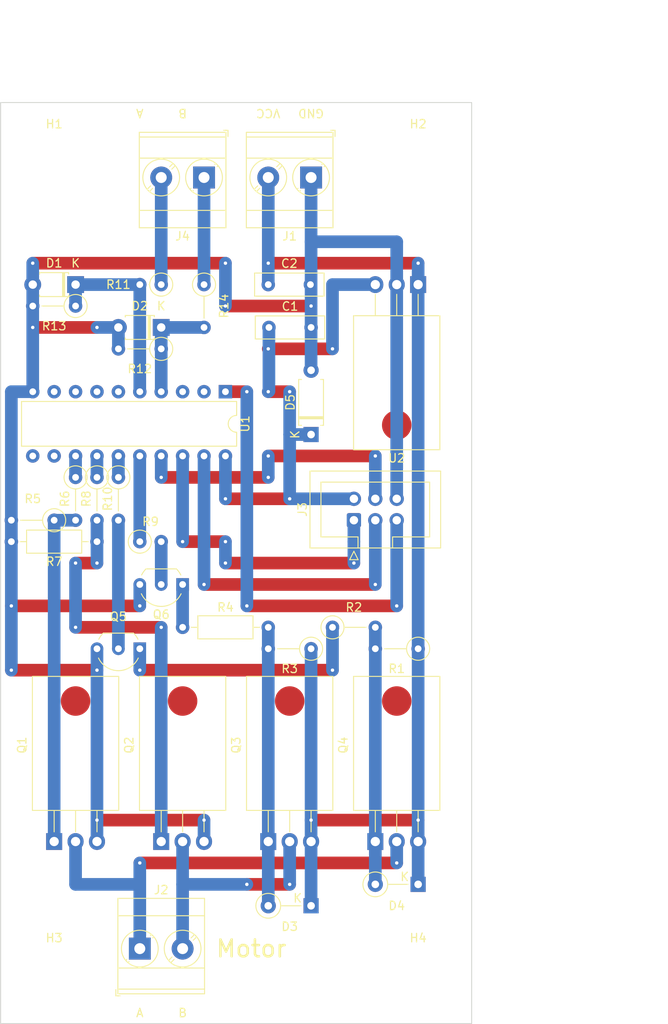
<source format=kicad_pcb>
(kicad_pcb (version 20221018) (generator pcbnew)
  (layers (0 "F.Cu" signal) (31 "B.Cu" signal) (34 "B.Paste" user) (35 "F.Paste" user) (36 "B.SilkS" user "B.Silkscreen") (37 "F.SilkS" user "F.Silkscreen") (38 "B.Mask" user) (39 "F.Mask" user) (44 "Edge.Cuts" user))
  (net 0 "")
  (net 1 "+5V")
  (net 2 "GND")
  (net 3 "VCC")
  (net 4 "/cDown")
  (net 5 "/A")
  (net 6 "/B")
  (net 7 "/AL")
  (net 8 "/BL")
  (net 9 "/BH")
  (net 10 "/AH")
  (net 11 "Net-(Q5-C)")
  (net 12 "Net-(Q5-B)")
  (net 13 "Net-(Q6-C)")
  (net 14 "Net-(Q6-B)")
  (net 15 "/cAL")
  (net 16 "/cBL")
  (net 17 "/cBH")
  (net 18 "/cAH")
  (net 19 "/miso")
  (net 26 "/sck")
  (net 27 "/mosi")
  (net 28 "/rst")
  (net 29 "/a")
  (net 30 "/b")
  (net 31 "/motorA")
  (net 32 "/motorB")
  (footprint "Resistor_THT:R_Axial_DIN0207_L6.3mm_D2.5mm_P5.08mm_Vertical" (layer "F.Cu") (at 81.28 96.52 180)
    (fp_text reference "R5" (at 2.54 2.54) (layer "F.SilkS"))
    (fp_text value "10k")
    (fp_line (start 1.37 0) (end 3.98 0) (stroke (width 0.12)) (layer "F.SilkS"))
    (fp_circle (center 0 0) (end 1.37 0) (stroke (width 0.12)) (fill none) (layer "F.SilkS"))
    (pad "1" thru_hole circle (at 0 0 180) (size 1.6 1.6) (drill 0.8) (layers "*.Cu" "*.Mask") (net 7 "/AL"))
    (pad "2" thru_hole oval (at 5.08 0 180) (size 1.6 1.6) (drill 0.8) (layers "*.Cu" "*.Mask") (net 2 "GND"))
  )
  (footprint "Resistor_THT:R_Axial_DIN0207_L6.3mm_D2.5mm_P5.08mm_Vertical" (layer "F.Cu") (at 111.76 111.76 180)
    (fp_text reference "R3" (at 2.54 -2.37) (layer "F.SilkS"))
    (fp_text value "10k")
    (fp_line (start 1.37 0) (end 3.98 0) (stroke (width 0.12)) (layer "F.SilkS"))
    (fp_circle (center 0 0) (end 1.37 0) (stroke (width 0.12)) (fill none) (layer "F.SilkS"))
    (pad "1" thru_hole circle (at 0 0 180) (size 1.6 1.6) (drill 0.8) (layers "*.Cu" "*.Mask") (net 3 "VCC"))
    (pad "2" thru_hole oval (at 5.08 0 180) (size 1.6 1.6) (drill 0.8) (layers "*.Cu" "*.Mask") (net 9 "/BH"))
  )
  (footprint "Resistor_THT:R_Axial_DIN0207_L6.3mm_D2.5mm_P10.16mm_Horizontal" (layer "F.Cu") (at 86.36 99.06 180)
    (fp_text reference "R7" (at 5.08 -2.37 180) (layer "F.SilkS"))
    (fp_text value "10k")
    (fp_line (start 1.04 0) (end 1.81 0) (stroke (width 0.12)) (layer "F.SilkS"))
    (fp_line (start 1.81 -1.37) (end 1.81 1.37) (stroke (width 0.12)) (layer "F.SilkS"))
    (fp_line (start 1.81 1.37) (end 8.35 1.37) (stroke (width 0.12)) (layer "F.SilkS"))
    (fp_line (start 8.35 -1.37) (end 1.81 -1.37) (stroke (width 0.12)) (layer "F.SilkS"))
    (fp_line (start 8.35 1.37) (end 8.35 -1.37) (stroke (width 0.12)) (layer "F.SilkS"))
    (fp_line (start 9.12 0) (end 8.35 0) (stroke (width 0.12)) (layer "F.SilkS"))
    (pad "1" thru_hole circle (at 0 0 180) (size 1.6 1.6) (drill 0.8) (layers "*.Cu" "*.Mask") (net 8 "/BL"))
    (pad "2" thru_hole oval (at 10.16 0 180) (size 1.6 1.6) (drill 0.8) (layers "*.Cu" "*.Mask") (net 2 "GND"))
  )
  (footprint "Resistor_THT:R_Axial_DIN0207_L6.3mm_D2.5mm_P5.08mm_Vertical" (layer "F.Cu") (at 124.46 111.76 180)
    (fp_text reference "R1" (at 2.54 -2.37 180) (layer "F.SilkS"))
    (fp_text value "10k")
    (fp_line (start 1.37 0) (end 3.98 0) (stroke (width 0.12)) (layer "F.SilkS"))
    (fp_circle (center 0 0) (end 1.37 0) (stroke (width 0.12)) (fill none) (layer "F.SilkS"))
    (pad "1" thru_hole circle (at 0 0 180) (size 1.6 1.6) (drill 0.8) (layers "*.Cu" "*.Mask") (net 3 "VCC"))
    (pad "2" thru_hole oval (at 5.08 0 180) (size 1.6 1.6) (drill 0.8) (layers "*.Cu" "*.Mask") (net 10 "/AH"))
  )
  (footprint "Connector_IDC:IDC-Header_2x03_P2.54mm_Vertical" (layer "F.Cu") (at 116.84 96.52 90)
    (fp_text reference "J3" (at 1.27 -6.1 90) (layer "F.SilkS"))
    (fp_text value "AVR-ISP-6")
    (fp_line (start -4.68 -0.5) (end -4.68 0.5) (stroke (width 0.12)) (layer "F.SilkS"))
    (fp_line (start -4.68 0.5) (end -3.68 0) (stroke (width 0.12)) (layer "F.SilkS"))
    (fp_line (start -3.68 0) (end -4.68 -0.5) (stroke (width 0.12)) (layer "F.SilkS"))
    (fp_line (start -3.29 -5.21) (end 5.83 -5.21) (stroke (width 0.12)) (layer "F.SilkS"))
    (fp_line (start -3.29 0.49) (end -1.98 0.49) (stroke (width 0.12)) (layer "F.SilkS"))
    (fp_line (start -3.29 10.29) (end -3.29 -5.21) (stroke (width 0.12)) (layer "F.SilkS"))
    (fp_line (start -1.98 -3.91) (end 4.52 -3.91) (stroke (width 0.12)) (layer "F.SilkS"))
    (fp_line (start -1.98 0.49) (end -1.98 -3.91) (stroke (width 0.12)) (layer "F.SilkS"))
    (fp_line (start -1.98 4.59) (end -3.29 4.59) (stroke (width 0.12)) (layer "F.SilkS"))
    (fp_line (start -1.98 4.59) (end -1.98 4.59) (stroke (width 0.12)) (layer "F.SilkS"))
    (fp_line (start -1.98 8.99) (end -1.98 4.59) (stroke (width 0.12)) (layer "F.SilkS"))
    (fp_line (start 4.52 -3.91) (end 4.52 8.99) (stroke (width 0.12)) (layer "F.SilkS"))
    (fp_line (start 4.52 8.99) (end -1.98 8.99) (stroke (width 0.12)) (layer "F.SilkS"))
    (fp_line (start 5.83 -5.21) (end 5.83 10.29) (stroke (width 0.12)) (layer "F.SilkS"))
    (fp_line (start 5.83 10.29) (end -3.29 10.29) (stroke (width 0.12)) (layer "F.SilkS"))
    (pad "1" thru_hole roundrect (at 0 0 90) (size 1.7 1.7) (drill 1) (layers "*.Cu" "*.Mask") (roundrect_rratio 0.147059) (net 19 "/miso"))
    (pad "2" thru_hole circle (at 2.54 0 90) (size 1.7 1.7) (drill 1) (layers "*.Cu" "*.Mask") (net 1 "+5V"))
    (pad "3" thru_hole circle (at 0 2.54 90) (size 1.7 1.7) (drill 1) (layers "*.Cu" "*.Mask") (net 26 "/sck"))
    (pad "4" thru_hole circle (at 2.54 2.54 90) (size 1.7 1.7) (drill 1) (layers "*.Cu" "*.Mask") (net 27 "/mosi"))
    (pad "5" thru_hole circle (at 0 5.08 90) (size 1.7 1.7) (drill 1) (layers "*.Cu" "*.Mask") (net 28 "/rst"))
    (pad "6" thru_hole circle (at 2.54 5.08 90) (size 1.7 1.7) (drill 1) (layers "*.Cu" "*.Mask") (net 2 "GND"))
  )
  (footprint "MountingHole:MountingHole_3.2mm_M3_DIN965" (layer "F.Cu") (at 124.46 53.34)
    (fp_text reference "H2" (at 0 -3.8) (layer "F.SilkS"))
    (fp_text value "MountingHole")
    (pad "" np_thru_hole circle (at 0 0) (size 3.2 3.2) (drill 3.2) (layers "*.Cu" "*.Mask"))
  )
  (footprint "Package_TO_SOT_THT:TO-220-3_Horizontal_TabDown" (layer "F.Cu") (at 119.38 134.62)
    (fp_text reference "Q4" (at -3.81 -11.43 90) (layer "F.SilkS"))
    (fp_text value "IRF9540N")
    (fp_line (start -2.58 -19.58) (end -2.58 -3.69) (stroke (width 0.12)) (layer "F.SilkS"))
    (fp_line (start -2.58 -19.58) (end 7.66 -19.58) (stroke (width 0.12)) (layer "F.SilkS"))
    (fp_line (start -2.58 -3.69) (end 7.66 -3.69) (stroke (width 0.12)) (layer "F.SilkS"))
    (fp_line (start 0 -3.69) (end 0 -1.15) (stroke (width 0.12)) (layer "F.SilkS"))
    (fp_line (start 2.54 -3.69) (end 2.54 -1.15) (stroke (width 0.12)) (layer "F.SilkS"))
    (fp_line (start 5.08 -3.69) (end 5.08 -1.15) (stroke (width 0.12)) (layer "F.SilkS"))
    (fp_line (start 7.66 -19.58) (end 7.66 -3.69) (stroke (width 0.12)) (layer "F.SilkS"))
    (pad "" smd oval (at 2.54 -16.66) (size 3.5 3.5) (layers "F.Cu" "F.Paste" "F.Mask"))
    (pad "1" thru_hole rect (at 0 0) (size 1.905 2) (drill 1.1) (layers "*.Cu" "*.Mask") (net 10 "/AH"))
    (pad "2" thru_hole oval (at 2.54 0) (size 1.905 2) (drill 1.1) (layers "*.Cu" "*.Mask") (net 31 "/motorA"))
    (pad "3" thru_hole oval (at 5.08 0) (size 1.905 2) (drill 1.1) (layers "*.Cu" "*.Mask") (net 3 "VCC"))
  )
  (footprint "Package_TO_SOT_THT:TO-92_Inline_Wide" (layer "F.Cu") (at 91.44 111.76 180)
    (fp_text reference "Q5" (at 2.54 3.81) (layer "F.SilkS"))
    (fp_text value "BC547")
    (fp_line (start 0.74 1.85) (end 4.34 1.85) (stroke (width 0.12)) (layer "F.SilkS"))
    (fp_arc (start 0.1836 -1.098807) (mid 1.143021 -2.192817) (end 2.54 -2.6) (stroke (width 0.12)) (layer "F.SilkS"))
    (fp_arc (start 0.74 1.85) (mid 0.446097 1.509328) (end 0.215816 1.122795) (stroke (width 0.12)) (layer "F.SilkS"))
    (fp_arc (start 2.54 -2.6) (mid 3.936979 -2.192818) (end 4.8964 -1.098807) (stroke (width 0.12)) (layer "F.SilkS"))
    (fp_arc (start 4.864184 1.122795) (mid 4.633903 1.509328) (end 4.34 1.85) (stroke (width 0.12)) (layer "F.SilkS"))
    (pad "1" thru_hole rect (at 0 0 180) (size 1.5 1.5) (drill 0.8) (layers "*.Cu" "*.Mask") (net 11 "Net-(Q5-C)"))
    (pad "2" thru_hole circle (at 2.54 0 180) (size 1.5 1.5) (drill 0.8) (layers "*.Cu" "*.Mask") (net 12 "Net-(Q5-B)"))
    (pad "3" thru_hole circle (at 5.08 0 180) (size 1.5 1.5) (drill 0.8) (layers "*.Cu" "*.Mask") (net 2 "GND"))
  )
  (footprint "Package_TO_SOT_THT:TO-220-3_Horizontal_TabDown" (layer "F.Cu") (at 93.98 134.62)
    (fp_text reference "Q2" (at -3.81 -11.43 90) (layer "F.SilkS"))
    (fp_text value "IRF540N")
    (fp_line (start -2.58 -19.58) (end -2.58 -3.69) (stroke (width 0.12)) (layer "F.SilkS"))
    (fp_line (start -2.58 -19.58) (end 7.66 -19.58) (stroke (width 0.12)) (layer "F.SilkS"))
    (fp_line (start -2.58 -3.69) (end 7.66 -3.69) (stroke (width 0.12)) (layer "F.SilkS"))
    (fp_line (start 0 -3.69) (end 0 -1.15) (stroke (width 0.12)) (layer "F.SilkS"))
    (fp_line (start 2.54 -3.69) (end 2.54 -1.15) (stroke (width 0.12)) (layer "F.SilkS"))
    (fp_line (start 5.08 -3.69) (end 5.08 -1.15) (stroke (width 0.12)) (layer "F.SilkS"))
    (fp_line (start 7.66 -19.58) (end 7.66 -3.69) (stroke (width 0.12)) (layer "F.SilkS"))
    (pad "" smd oval (at 2.54 -16.66) (size 3.5 3.5) (layers "F.Cu" "F.Paste" "F.Mask"))
    (pad "1" thru_hole rect (at 0 0) (size 1.905 2) (drill 1.1) (layers "*.Cu" "*.Mask") (net 8 "/BL"))
    (pad "2" thru_hole oval (at 2.54 0) (size 1.905 2) (drill 1.1) (layers "*.Cu" "*.Mask") (net 32 "/motorB"))
    (pad "3" thru_hole oval (at 5.08 0) (size 1.905 2) (drill 1.1) (layers "*.Cu" "*.Mask") (net 2 "GND"))
  )
  (footprint "Resistor_THT:R_Axial_DIN0207_L6.3mm_D2.5mm_P2.54mm_Vertical" (layer "F.Cu") (at 91.44 99.06)
    (fp_text reference "R9" (at 1.27 -2.37) (layer "F.SilkS"))
    (fp_text value "1k")
    (fp_line (start 1.37 0) (end 1.44 0) (stroke (width 0.12)) (layer "F.SilkS"))
    (fp_circle (center 0 0) (end 1.37 0) (stroke (width 0.12)) (fill none) (layer "F.SilkS"))
    (pad "1" thru_hole circle (at 0 0) (size 1.6 1.6) (drill 0.8) (layers "*.Cu" "*.Mask") (net 17 "/cBH"))
    (pad "2" thru_hole oval (at 2.54 0) (size 1.6 1.6) (drill 0.8) (layers "*.Cu" "*.Mask") (net 14 "Net-(Q6-B)"))
  )
  (footprint "Diode_THT:D_A-405_P5.08mm_Vertical_KathodeUp" (layer "F.Cu") (at 124.46 139.7 180)
    (fp_text reference "D4" (at 2.54 -2.54) (layer "F.SilkS"))
    (fp_text value "12V")
    (fp_text user "K" (at 1.6 0.9) (layer "F.SilkS"))
    (fp_line (start 3.61 0) (end 1.2 0) (stroke (width 0.12)) (layer "F.SilkS"))
    (fp_circle (center 5.08 0) (end 6.55 0) (stroke (width 0.12)) (fill none) (layer "F.SilkS"))
    (pad "1" thru_hole rect (at 0 0 180) (size 1.8 1.8) (drill 0.9) (layers "*.Cu" "*.Mask") (net 3 "VCC"))
    (pad "2" thru_hole oval (at 5.08 0 180) (size 1.8 1.8) (drill 0.9) (layers "*.Cu" "*.Mask") (net 10 "/AH"))
  )
  (footprint "Resistor_THT:R_Axial_DIN0207_L6.3mm_D2.5mm_P5.08mm_Vertical" (layer "F.Cu") (at 88.9 91.44 -90)
    (fp_text reference "R10" (at 2.54 1.27 -90) (layer "F.SilkS"))
    (fp_text value "1k")
    (fp_line (start 1.37 0) (end 3.98 0) (stroke (width 0.12)) (layer "F.SilkS"))
    (fp_circle (center 0 0) (end 1.37 0) (stroke (width 0.12)) (fill none) (layer "F.SilkS"))
    (pad "1" thru_hole circle (at 0 0 270) (size 1.6 1.6) (drill 0.8) (layers "*.Cu" "*.Mask") (net 18 "/cAH"))
    (pad "2" thru_hole oval (at 5.08 0 270) (size 1.6 1.6) (drill 0.8) (layers "*.Cu" "*.Mask") (net 12 "Net-(Q5-B)"))
  )
  (footprint "Resistor_THT:R_Axial_DIN0207_L6.3mm_D2.5mm_P5.08mm_Vertical" (layer "F.Cu") (at 83.82 91.44 -90)
    (fp_text reference "R6" (at 2.54 1.27 -90) (layer "F.SilkS"))
    (fp_text value "1k")
    (fp_line (start 1.37 0) (end 3.98 0) (stroke (width 0.12)) (layer "F.SilkS"))
    (fp_circle (center 0 0) (end 1.37 0) (stroke (width 0.12)) (fill none) (layer "F.SilkS"))
    (pad "1" thru_hole circle (at 0 0 270) (size 1.6 1.6) (drill 0.8) (layers "*.Cu" "*.Mask") (net 15 "/cAL"))
    (pad "2" thru_hole oval (at 5.08 0 270) (size 1.6 1.6) (drill 0.8) (layers "*.Cu" "*.Mask") (net 7 "/AL"))
  )
  (footprint "Diode_THT:D_T-1_P5.08mm_Horizontal" (layer "F.Cu") (at 93.98 73.66 180)
    (fp_text reference "D2" (at 2.54 2.54) (layer "F.SilkS"))
    (fp_text value "4.7V")
    (fp_text user "K" (at 0 2.54) (layer "F.SilkS"))
    (fp_line (start 0.82 -1.42) (end 4.26 -1.42) (stroke (width 0.12)) (layer "F.SilkS"))
    (fp_line (start 0.82 -1.24) (end 0.82 -1.42) (stroke (width 0.12)) (layer "F.SilkS"))
    (fp_line (start 0.82 1.24) (end 0.82 1.42) (stroke (width 0.12)) (layer "F.SilkS"))
    (fp_line (start 0.82 1.42) (end 4.26 1.42) (stroke (width 0.12)) (layer "F.SilkS"))
    (fp_line (start 1.3 -1.42) (end 1.3 1.42) (stroke (width 0.12)) (layer "F.SilkS"))
    (fp_line (start 1.42 -1.42) (end 1.42 1.42) (stroke (width 0.12)) (layer "F.SilkS"))
    (fp_line (start 1.54 -1.42) (end 1.54 1.42) (stroke (width 0.12)) (layer "F.SilkS"))
    (fp_line (start 4.26 -1.42) (end 4.26 -1.24) (stroke (width 0.12)) (layer "F.SilkS"))
    (fp_line (start 4.26 1.42) (end 4.26 1.24) (stroke (width 0.12)) (layer "F.SilkS"))
    (pad "1" thru_hole rect (at 0 0 180) (size 2 2) (drill 1) (layers "*.Cu" "*.Mask") (net 30 "/b"))
    (pad "2" thru_hole oval (at 5.08 0 180) (size 2 2) (drill 1) (layers "*.Cu" "*.Mask") (net 2 "GND"))
  )
  (footprint "TerminalBlock_Phoenix:TerminalBlock_Phoenix_MKDS-3-2-5.08_1x02_P5.08mm_Horizontal" (layer "F.Cu") (at 91.44 147.32)
    (fp_text reference "J2" (at 2.54 -6.96) (layer "F.SilkS"))
    (fp_text value "Screw_Terminal_01x02")
    (fp_line (start -2.84 4.86) (end -2.84 5.6) (stroke (width 0.12)) (layer "F.SilkS"))
    (fp_line (start -2.84 5.6) (end -2.34 5.6) (stroke (width 0.12)) (layer "F.SilkS"))
    (fp_line (start -2.6 -5.96) (end -2.6 5.36) (stroke (width 0.12)) (layer "F.SilkS"))
    (fp_line (start -2.6 -5.96) (end 7.68 -5.96) (stroke (width 0.12)) (layer "F.SilkS"))
    (fp_line (start -2.6 -3.9) (end 7.68 -3.9) (stroke (width 0.12)) (layer "F.SilkS"))
    (fp_line (start -2.6 2.3) (end 7.68 2.3) (stroke (width 0.12)) (layer "F.SilkS"))
    (fp_line (start -2.6 4.8) (end 7.68 4.8) (stroke (width 0.12)) (layer "F.SilkS"))
    (fp_line (start -2.6 5.36) (end 7.68 5.36) (stroke (width 0.12)) (layer "F.SilkS"))
    (fp_line (start -1.548 1.281) (end -1.654 1.388) (stroke (width 0.12)) (layer "F.SilkS"))
    (fp_line (start -1.282 1.547) (end -1.388 1.654) (stroke (width 0.12)) (layer "F.SilkS"))
    (fp_line (start 1.388 -1.654) (end 1.281 -1.547) (stroke (width 0.12)) (layer "F.SilkS"))
    (fp_line (start 1.654 -1.388) (end 1.547 -1.281) (stroke (width 0.12)) (layer "F.SilkS"))
    (fp_line (start 3.822 0.992) (end 3.427 1.388) (stroke (width 0.12)) (layer "F.SilkS"))
    (fp_line (start 4.073 1.274) (end 3.693 1.654) (stroke (width 0.12)) (layer "F.SilkS"))
    (fp_line (start 6.468 -1.654) (end 6.088 -1.274) (stroke (width 0.12)) (layer "F.SilkS"))
    (fp_line (start 6.734 -1.388) (end 6.339 -0.992) (stroke (width 0.12)) (layer "F.SilkS"))
    (fp_line (start 7.68 -5.96) (end 7.68 5.36) (stroke (width 0.12)) (layer "F.SilkS"))
    (fp_circle (center 0 0) (end 2.18 0) (stroke (width 0.12)) (fill none) (layer "F.SilkS"))
    (fp_circle (center 5.08 0) (end 7.26 0) (stroke (width 0.12)) (fill none) (layer "F.SilkS"))
    (pad "1" thru_hole rect (at 0 0) (size 2.6 2.6) (drill 1.3) (layers "*.Cu" "*.Mask") (net 31 "/motorA"))
    (pad "2" thru_hole circle (at 5.08 0) (size 2.6 2.6) (drill 1.3) (layers "*.Cu" "*.Mask") (net 32 "/motorB"))
  )
  (footprint "Resistor_THT:R_Axial_DIN0207_L6.3mm_D2.5mm_P2.54mm_Vertical" (layer "F.Cu") (at 93.98 68.58 180)
    (fp_text reference "R11" (at 5.08 0) (layer "F.SilkS"))
    (fp_text value "10k")
    (fp_line (start 1.37 0) (end 1.44 0) (stroke (width 0.12)) (layer "F.SilkS"))
    (fp_circle (center 0 0) (end 1.37 0) (stroke (width 0.12)) (fill none) (layer "F.SilkS"))
    (pad "1" thru_hole circle (at 0 0 180) (size 1.6 1.6) (drill 0.8) (layers "*.Cu" "*.Mask") (net 5 "/A"))
    (pad "2" thru_hole oval (at 2.54 0 180) (size 1.6 1.6) (drill 0.8) (layers "*.Cu" "*.Mask") (net 29 "/a"))
  )
  (footprint "Resistor_THT:R_Axial_DIN0207_L6.3mm_D2.5mm_P5.08mm_Vertical" (layer "F.Cu") (at 86.36 91.44 -90)
    (fp_text reference "R8" (at 2.54 1.27 -90) (layer "F.SilkS"))
    (fp_text value "1k")
    (fp_line (start 1.37 0) (end 3.98 0) (stroke (width 0.12)) (layer "F.SilkS"))
    (fp_circle (center 0 0) (end 1.37 0) (stroke (width 0.12)) (fill none) (layer "F.SilkS"))
    (pad "1" thru_hole circle (at 0 0 270) (size 1.6 1.6) (drill 0.8) (layers "*.Cu" "*.Mask") (net 16 "/cBL"))
    (pad "2" thru_hole oval (at 5.08 0 270) (size 1.6 1.6) (drill 0.8) (layers "*.Cu" "*.Mask") (net 8 "/BL"))
  )
  (footprint "Package_TO_SOT_THT:TO-220-3_Horizontal_TabDown" (layer "F.Cu") (at 124.46 68.58 180)
    (fp_text reference "U2" (at 2.54 -20.58) (layer "F.SilkS"))
    (fp_text value "LM7805_TO220")
    (fp_line (start -2.58 -19.58) (end -2.58 -3.69) (stroke (width 0.12)) (layer "F.SilkS"))
    (fp_line (start -2.58 -19.58) (end 7.66 -19.58) (stroke (width 0.12)) (layer "F.SilkS"))
    (fp_line (start -2.58 -3.69) (end 7.66 -3.69) (stroke (width 0.12)) (layer "F.SilkS"))
    (fp_line (start 0 -3.69) (end 0 -1.15) (stroke (width 0.12)) (layer "F.SilkS"))
    (fp_line (start 2.54 -3.69) (end 2.54 -1.15) (stroke (width 0.12)) (layer "F.SilkS"))
    (fp_line (start 5.08 -3.69) (end 5.08 -1.15) (stroke (width 0.12)) (layer "F.SilkS"))
    (fp_line (start 7.66 -19.58) (end 7.66 -3.69) (stroke (width 0.12)) (layer "F.SilkS"))
    (pad "" smd oval (at 2.54 -16.66 180) (size 3.5 3.5) (layers "F.Cu" "F.Paste" "F.Mask"))
    (pad "1" thru_hole rect (at 0 0 180) (size 1.905 2) (drill 1.1) (layers "*.Cu" "*.Mask") (net 3 "VCC"))
    (pad "2" thru_hole oval (at 2.54 0 180) (size 1.905 2) (drill 1.1) (layers "*.Cu" "*.Mask") (net 2 "GND"))
    (pad "3" thru_hole oval (at 5.08 0 180) (size 1.905 2) (drill 1.1) (layers "*.Cu" "*.Mask") (net 1 "+5V"))
  )
  (footprint "Diode_THT:D_A-405_P7.62mm_Horizontal" (layer "F.Cu") (at 111.76 86.36 90)
    (fp_text reference "D5" (at 3.81 -2.47 90) (layer "F.SilkS"))
    (fp_text value "5V1")
    (fp_text user "K" (at 0 -1.9 90) (layer "F.SilkS"))
    (fp_line (start 1.09 -1.47) (end 6.53 -1.47) (stroke (width 0.12)) (layer "F.SilkS"))
    (fp_line (start 1.09 -1.14) (end 1.09 -1.47) (stroke (width 0.12)) (layer "F.SilkS"))
    (fp_line (start 1.09 1.14) (end 1.09 1.47) (stroke (width 0.12)) (layer "F.SilkS"))
    (fp_line (start 1.09 1.47) (end 6.53 1.47) (stroke (width 0.12)) (layer "F.SilkS"))
    (fp_line (start 1.87 -1.47) (end 1.87 1.47) (stroke (width 0.12)) (layer "F.SilkS"))
    (fp_line (start 1.99 -1.47) (end 1.99 1.47) (stroke (width 0.12)) (layer "F.SilkS"))
    (fp_line (start 2.11 -1.47) (end 2.11 1.47) (stroke (width 0.12)) (layer "F.SilkS"))
    (fp_line (start 6.53 -1.47) (end 6.53 -1.14) (stroke (width 0.12)) (layer "F.SilkS"))
    (fp_line (start 6.53 1.47) (end 6.53 1.14) (stroke (width 0.12)) (layer "F.SilkS"))
    (pad "1" thru_hole rect (at 0 0 90) (size 1.8 1.8) (drill 0.9) (layers "*.Cu" "*.Mask") (net 1 "+5V"))
    (pad "2" thru_hole oval (at 7.62 0 90) (size 1.8 1.8) (drill 0.9) (layers "*.Cu" "*.Mask") (net 2 "GND"))
  )
  (footprint "Package_TO_SOT_THT:TO-220-3_Horizontal_TabDown" (layer "F.Cu") (at 106.68 134.62)
    (fp_text reference "Q3" (at -3.81 -11.43 90) (layer "F.SilkS"))
    (fp_text value "IRF9540N")
    (fp_line (start -2.58 -19.58) (end -2.58 -3.69) (stroke (width 0.12)) (layer "F.SilkS"))
    (fp_line (start -2.58 -19.58) (end 7.66 -19.58) (stroke (width 0.12)) (layer "F.SilkS"))
    (fp_line (start -2.58 -3.69) (end 7.66 -3.69) (stroke (width 0.12)) (layer "F.SilkS"))
    (fp_line (start 0 -3.69) (end 0 -1.15) (stroke (width 0.12)) (layer "F.SilkS"))
    (fp_line (start 2.54 -3.69) (end 2.54 -1.15) (stroke (width 0.12)) (layer "F.SilkS"))
    (fp_line (start 5.08 -3.69) (end 5.08 -1.15) (stroke (width 0.12)) (layer "F.SilkS"))
    (fp_line (start 7.66 -19.58) (end 7.66 -3.69) (stroke (width 0.12)) (layer "F.SilkS"))
    (pad "" smd oval (at 2.54 -16.66) (size 3.5 3.5) (layers "F.Cu" "F.Paste" "F.Mask"))
    (pad "1" thru_hole rect (at 0 0) (size 1.905 2) (drill 1.1) (layers "*.Cu" "*.Mask") (net 9 "/BH"))
    (pad "2" thru_hole oval (at 2.54 0) (size 1.905 2) (drill 1.1) (layers "*.Cu" "*.Mask") (net 32 "/motorB"))
    (pad "3" thru_hole oval (at 5.08 0) (size 1.905 2) (drill 1.1) (layers "*.Cu" "*.Mask") (net 3 "VCC"))
  )
  (footprint "MountingHole:MountingHole_3.2mm_M3_DIN965" (layer "F.Cu") (at 81.28 53.34)
    (fp_text reference "H1" (at 0 -3.8) (layer "F.SilkS"))
    (fp_text value "MountingHole")
    (pad "" np_thru_hole circle (at 0 0) (size 3.2 3.2) (drill 3.2) (layers "*.Cu" "*.Mask"))
  )
  (footprint "Package_TO_SOT_THT:TO-92_Inline_Wide" (layer "F.Cu") (at 96.52 104.14 180)
    (fp_text reference "Q6" (at 2.54 -3.56) (layer "F.SilkS"))
    (fp_text value "BC547")
    (fp_line (start 0.74 1.85) (end 4.34 1.85) (stroke (width 0.12)) (layer "F.SilkS"))
    (fp_arc (start 0.1836 -1.098807) (mid 1.143021 -2.192817) (end 2.54 -2.6) (stroke (width 0.12)) (layer "F.SilkS"))
    (fp_arc (start 0.74 1.85) (mid 0.446097 1.509328) (end 0.215816 1.122795) (stroke (width 0.12)) (layer "F.SilkS"))
    (fp_arc (start 2.54 -2.6) (mid 3.936979 -2.192818) (end 4.8964 -1.098807) (stroke (width 0.12)) (layer "F.SilkS"))
    (fp_arc (start 4.864184 1.122795) (mid 4.633903 1.509328) (end 4.34 1.85) (stroke (width 0.12)) (layer "F.SilkS"))
    (pad "1" thru_hole rect (at 0 0 180) (size 1.5 1.5) (drill 0.8) (layers "*.Cu" "*.Mask") (net 13 "Net-(Q6-C)"))
    (pad "2" thru_hole circle (at 2.54 0 180) (size 1.5 1.5) (drill 0.8) (layers "*.Cu" "*.Mask") (net 14 "Net-(Q6-B)"))
    (pad "3" thru_hole circle (at 5.08 0 180) (size 1.5 1.5) (drill 0.8) (layers "*.Cu" "*.Mask") (net 2 "GND"))
  )
  (footprint "Capacitor_THT:C_Disc_D8.0mm_W2.5mm_P5.00mm" (layer "F.Cu") (at 106.68 68.58)
    (fp_text reference "C2" (at 2.5 -2.5) (layer "F.SilkS"))
    (fp_text value "220n")
    (fp_line (start -1.62 -1.37) (end -1.62 1.37) (stroke (width 0.12)) (layer "F.SilkS"))
    (fp_line (start -1.62 -1.37) (end 6.62 -1.37) (stroke (width 0.12)) (layer "F.SilkS"))
    (fp_line (start -1.62 1.37) (end 6.62 1.37) (stroke (width 0.12)) (layer "F.SilkS"))
    (fp_line (start 6.62 -1.37) (end 6.62 1.37) (stroke (width 0.12)) (layer "F.SilkS"))
    (pad "1" thru_hole circle (at 0 0) (size 1.6 1.6) (drill 0.8) (layers "*.Cu" "*.Mask") (net 3 "VCC"))
    (pad "2" thru_hole circle (at 5 0) (size 1.6 1.6) (drill 0.8) (layers "*.Cu" "*.Mask") (net 2 "GND"))
  )
  (footprint "Resistor_THT:R_Axial_DIN0207_L6.3mm_D2.5mm_P5.08mm_Vertical" (layer "F.Cu") (at 93.98 76.2 180)
    (fp_text reference "R12" (at 2.54 -2.37) (layer "F.SilkS"))
    (fp_text value "10k")
    (fp_line (start 1.37 0) (end 3.98 0) (stroke (width 0.12)) (layer "F.SilkS"))
    (fp_circle (center 0 0) (end 1.37 0) (stroke (width 0.12)) (fill none) (layer "F.SilkS"))
    (pad "1" thru_hole circle (at 0 0 180) (size 1.6 1.6) (drill 0.8) (layers "*.Cu" "*.Mask") (net 30 "/b"))
    (pad "2" thru_hole oval (at 5.08 0 180) (size 1.6 1.6) (drill 0.8) (layers "*.Cu" "*.Mask") (net 2 "GND"))
  )
  (footprint "TerminalBlock_Phoenix:TerminalBlock_Phoenix_MKDS-3-2-5.08_1x02_P5.08mm_Horizontal" (layer "F.Cu") (at 99.06 55.88 180)
    (fp_text reference "J4" (at 2.54 -6.96) (layer "F.SilkS"))
    (fp_text value "Screw_Terminal_01x02")
    (fp_line (start -2.84 4.86) (end -2.84 5.6) (stroke (width 0.12)) (layer "F.SilkS"))
    (fp_line (start -2.84 5.6) (end -2.34 5.6) (stroke (width 0.12)) (layer "F.SilkS"))
    (fp_line (start -2.6 -5.96) (end -2.6 5.36) (stroke (width 0.12)) (layer "F.SilkS"))
    (fp_line (start -2.6 -5.96) (end 7.68 -5.96) (stroke (width 0.12)) (layer "F.SilkS"))
    (fp_line (start -2.6 -3.9) (end 7.68 -3.9) (stroke (width 0.12)) (layer "F.SilkS"))
    (fp_line (start -2.6 2.3) (end 7.68 2.3) (stroke (width 0.12)) (layer "F.SilkS"))
    (fp_line (start -2.6 4.8) (end 7.68 4.8) (stroke (width 0.12)) (layer "F.SilkS"))
    (fp_line (start -2.6 5.36) (end 7.68 5.36) (stroke (width 0.12)) (layer "F.SilkS"))
    (fp_line (start -1.548 1.281) (end -1.654 1.388) (stroke (width 0.12)) (layer "F.SilkS"))
    (fp_line (start -1.282 1.547) (end -1.388 1.654) (stroke (width 0.12)) (layer "F.SilkS"))
    (fp_line (start 1.388 -1.654) (end 1.281 -1.547) (stroke (width 0.12)) (layer "F.SilkS"))
    (fp_line (start 1.654 -1.388) (end 1.547 -1.281) (stroke (width 0.12)) (layer "F.SilkS"))
    (fp_line (start 3.822 0.992) (end 3.427 1.388) (stroke (width 0.12)) (layer "F.SilkS"))
    (fp_line (start 4.073 1.274) (end 3.693 1.654) (stroke (width 0.12)) (layer "F.SilkS"))
    (fp_line (start 6.468 -1.654) (end 6.088 -1.274) (stroke (width 0.12)) (layer "F.SilkS"))
    (fp_line (start 6.734 -1.388) (end 6.339 -0.992) (stroke (width 0.12)) (layer "F.SilkS"))
    (fp_line (start 7.68 -5.96) (end 7.68 5.36) (stroke (width 0.12)) (layer "F.SilkS"))
    (fp_circle (center 0 0) (end 2.18 0) (stroke (width 0.12)) (fill none) (layer "F.SilkS"))
    (fp_circle (center 5.08 0) (end 7.26 0) (stroke (width 0.12)) (fill none) (layer "F.SilkS"))
    (pad "1" thru_hole rect (at 0 0 180) (size 2.6 2.6) (drill 1.3) (layers "*.Cu" "*.Mask") (net 6 "/B"))
    (pad "2" thru_hole circle (at 5.08 0 180) (size 2.6 2.6) (drill 1.3) (layers "*.Cu" "*.Mask") (net 5 "/A"))
  )
  (footprint "Diode_THT:D_T-1_P5.08mm_Horizontal" (layer "F.Cu") (at 83.82 68.58 180)
    (fp_text reference "D1" (at 2.54 2.54) (layer "F.SilkS"))
    (fp_text value "4.7V")
    (fp_text user "K" (at 0 2.54) (layer "F.SilkS"))
    (fp_line (start 0.82 -1.42) (end 4.26 -1.42) (stroke (width 0.12)) (layer "F.SilkS"))
    (fp_line (start 0.82 -1.24) (end 0.82 -1.42) (stroke (width 0.12)) (layer "F.SilkS"))
    (fp_line (start 0.82 1.24) (end 0.82 1.42) (stroke (width 0.12)) (layer "F.SilkS"))
    (fp_line (start 0.82 1.42) (end 4.26 1.42) (stroke (width 0.12)) (layer "F.SilkS"))
    (fp_line (start 1.3 -1.42) (end 1.3 1.42) (stroke (width 0.12)) (layer "F.SilkS"))
    (fp_line (start 1.42 -1.42) (end 1.42 1.42) (stroke (width 0.12)) (layer "F.SilkS"))
    (fp_line (start 1.54 -1.42) (end 1.54 1.42) (stroke (width 0.12)) (layer "F.SilkS"))
    (fp_line (start 4.26 -1.42) (end 4.26 -1.24) (stroke (width 0.12)) (layer "F.SilkS"))
    (fp_line (start 4.26 1.42) (end 4.26 1.24) (stroke (width 0.12)) (layer "F.SilkS"))
    (pad "1" thru_hole rect (at 0 0 180) (size 2 2) (drill 1) (layers "*.Cu" "*.Mask") (net 29 "/a"))
    (pad "2" thru_hole oval (at 5.08 0 180) (size 2 2) (drill 1) (layers "*.Cu" "*.Mask") (net 2 "GND"))
  )
  (footprint "Package_DIP:DIP-20_W7.62mm" (layer "F.Cu") (at 101.6 81.28 -90)
    (fp_text reference "U1" (at 3.81 -2.33 90) (layer "F.SilkS"))
    (fp_text value "ATtiny2313-20P")
    (fp_line (start 1.16 -1.33) (end 1.16 24.19) (stroke (width 0.12)) (layer "F.SilkS"))
    (fp_line (start 1.16 24.19) (end 6.46 24.19) (stroke (width 0.12)) (layer "F.SilkS"))
    (fp_line (start 2.81 -1.33) (end 1.16 -1.33) (stroke (width 0.12)) (layer "F.SilkS"))
    (fp_line (start 6.46 -1.33) (end 4.81 -1.33) (stroke (width 0.12)) (layer "F.SilkS"))
    (fp_line (start 6.46 24.19) (end 6.46 -1.33) (stroke (width 0.12)) (layer "F.SilkS"))
    (fp_arc (start 4.81 -1.33) (mid 3.81 -0.33) (end 2.81 -1.33) (stroke (width 0.12)) (layer "F.SilkS"))
    (pad "1" thru_hole rect (at 0 0 270) (size 1.6 1.6) (drill 0.8) (layers "*.Cu" "*.Mask") (net 28 "/rst"))
    (pad "2" thru_hole oval (at 0 2.54 270) (size 1.6 1.6) (drill 0.8) (layers "*.Cu" "*.Mask") (net 4 "/cDown"))
    (pad "3" thru_hole oval (at 0 5.08 270) (size 1.6 1.6) (drill 0.8) (layers "*.Cu" "*.Mask"))
    (pad "4" thru_hole oval (at 0 7.62 270) (size 1.6 1.6) (drill 0.8) (layers "*.Cu" "*.Mask") (net 30 "/b"))
    (pad "5" thru_hole oval (at 0 10.16 270) (size 1.6 1.6) (drill 0.8) (layers "*.Cu" "*.Mask") (net 29 "/a"))
    (pad "6" thru_hole oval (at 0 12.7 270) (size 1.6 1.6) (drill 0.8) (layers "*.Cu" "*.Mask"))
    (pad "7" thru_hole oval (at 0 15.24 270) (size 1.6 1.6) (drill 0.8) (layers "*.Cu" "*.Mask"))
    (pad "8" thru_hole oval (at 0 17.78 270) (size 1.6 1.6) (drill 0.8) (layers "*.Cu" "*.Mask"))
    (pad "9" thru_hole oval (at 0 20.32 270) (size 1.6 1.6) (drill 0.8) (layers "*.Cu" "*.Mask"))
    (pad "10" thru_hole oval (at 0 22.86 270) (size 1.6 1.6) (drill 0.8) (layers "*.Cu" "*.Mask") (net 2 "GND"))
    (pad "11" thru_hole oval (at 7.62 22.86 270) (size 1.6 1.6) (drill 0.8) (layers "*.Cu" "*.Mask"))
    (pad "12" thru_hole oval (at 7.62 20.32 270) (size 1.6 1.6) (drill 0.8) (layers "*.Cu" "*.Mask"))
    (pad "13" thru_hole oval (at 7.62 17.78 270) (size 1.6 1.6) (drill 0.8) (layers "*.Cu" "*.Mask") (net 15 "/cAL"))
    (pad "14" thru_hole oval (at 7.62 15.24 270) (size 1.6 1.6) (drill 0.8) (layers "*.Cu" "*.Mask") (net 16 "/cBL"))
    (pad "15" thru_hole oval (at 7.62 12.7 270) (size 1.6 1.6) (drill 0.8) (layers "*.Cu" "*.Mask") (net 18 "/cAH"))
    (pad "16" thru_hole oval (at 7.62 10.16 270) (size 1.6 1.6) (drill 0.8) (layers "*.Cu" "*.Mask") (net 17 "/cBH"))
    (pad "17" thru_hole oval (at 7.62 7.62 270) (size 1.6 1.6) (drill 0.8) (layers "*.Cu" "*.Mask") (net 27 "/mosi"))
    (pad "18" thru_hole oval (at 7.62 5.08 270) (size 1.6 1.6) (drill 0.8) (layers "*.Cu" "*.Mask") (net 19 "/miso"))
    (pad "19" thru_hole oval (at 7.62 2.54 270) (size 1.6 1.6) (drill 0.8) (layers "*.Cu" "*.Mask") (net 26 "/sck"))
    (pad "20" thru_hole oval (at 7.62 0 270) (size 1.6 1.6) (drill 0.8) (layers "*.Cu" "*.Mask") (net 1 "+5V"))
  )
  (footprint "Package_TO_SOT_THT:TO-220-3_Horizontal_TabDown" (layer "F.Cu") (at 81.28 134.62)
    (fp_text reference "Q1" (at -3.81 -11.43 90) (layer "F.SilkS"))
    (fp_text value "IRF540N")
    (fp_line (start -2.58 -19.58) (end -2.58 -3.69) (stroke (width 0.12)) (layer "F.SilkS"))
    (fp_line (start -2.58 -19.58) (end 7.66 -19.58) (stroke (width 0.12)) (layer "F.SilkS"))
    (fp_line (start -2.58 -3.69) (end 7.66 -3.69) (stroke (width 0.12)) (layer "F.SilkS"))
    (fp_line (start 0 -3.69) (end 0 -1.15) (stroke (width 0.12)) (layer "F.SilkS"))
    (fp_line (start 2.54 -3.69) (end 2.54 -1.15) (stroke (width 0.12)) (layer "F.SilkS"))
    (fp_line (start 5.08 -3.69) (end 5.08 -1.15) (stroke (width 0.12)) (layer "F.SilkS"))
    (fp_line (start 7.66 -19.58) (end 7.66 -3.69) (stroke (width 0.12)) (layer "F.SilkS"))
    (pad "" smd oval (at 2.54 -16.66) (size 3.5 3.5) (layers "F.Cu" "F.Paste" "F.Mask"))
    (pad "1" thru_hole rect (at 0 0) (size 1.905 2) (drill 1.1) (layers "*.Cu" "*.Mask") (net 7 "/AL"))
    (pad "2" thru_hole oval (at 2.54 0) (size 1.905 2) (drill 1.1) (layers "*.Cu" "*.Mask") (net 31 "/motorA"))
    (pad "3" thru_hole oval (at 5.08 0) (size 1.905 2) (drill 1.1) (layers "*.Cu" "*.Mask") (net 2 "GND"))
  )
  (footprint "Capacitor_THT:C_Disc_D8.0mm_W2.5mm_P5.00mm" (layer "F.Cu") (at 106.76 73.66)
    (fp_text reference "C1" (at 2.5 -2.5) (layer "F.SilkS"))
    (fp_text value "220n")
    (fp_line (start -1.62 -1.37) (end -1.62 1.37) (stroke (width 0.12)) (layer "F.SilkS"))
    (fp_line (start -1.62 -1.37) (end 6.62 -1.37) (stroke (width 0.12)) (layer "F.SilkS"))
    (fp_line (start -1.62 1.37) (end 6.62 1.37) (stroke (width 0.12)) (layer "F.SilkS"))
    (fp_line (start 6.62 -1.37) (end 6.62 1.37) (stroke (width 0.12)) (layer "F.SilkS"))
    (pad "1" thru_hole circle (at 0 0) (size 1.6 1.6) (drill 0.8) (layers "*.Cu" "*.Mask") (net 1 "+5V"))
    (pad "2" thru_hole circle (at 5 0) (size 1.6 1.6) (drill 0.8) (layers "*.Cu" "*.Mask") (net 2 "GND"))
  )
  (footprint "Resistor_THT:R_Axial_DIN0207_L6.3mm_D2.5mm_P5.08mm_Vertical" (layer "F.Cu") (at 83.82 71.12 180)
    (fp_text reference "R13" (at 2.54 -2.37 180) (layer "F.SilkS"))
    (fp_text value "10k")
    (fp_line (start 1.37 0) (end 3.98 0) (stroke (width 0.12)) (layer "F.SilkS"))
    (fp_circle (center 0 0) (end 1.37 0) (stroke (width 0.12)) (fill none) (layer "F.SilkS"))
    (pad "1" thru_hole circle (at 0 0 180) (size 1.6 1.6) (drill 0.8) (layers "*.Cu" "*.Mask") (net 29 "/a"))
    (pad "2" thru_hole oval (at 5.08 0 180) (size 1.6 1.6) (drill 0.8) (layers "*.Cu" "*.Mask") (net 2 "GND"))
  )
  (footprint "Resistor_THT:R_Axial_DIN0207_L6.3mm_D2.5mm_P10.16mm_Horizontal" (layer "F.Cu") (at 96.52 109.22)
    (fp_text reference "R4" (at 5.08 -2.37) (layer "F.SilkS"))
    (fp_text value "10k")
    (fp_line (start 1.04 0) (end 1.81 0) (stroke (width 0.12)) (layer "F.SilkS"))
    (fp_line (start 1.81 -1.37) (end 1.81 1.37) (stroke (width 0.12)) (layer "F.SilkS"))
    (fp_line (start 1.81 1.37) (end 8.35 1.37) (stroke (width 0.12)) (layer "F.SilkS"))
    (fp_line (start 8.35 -1.37) (end 1.81 -1.37) (stroke (width 0.12)) (layer "F.SilkS"))
    (fp_line (start 8.35 1.37) (end 8.35 -1.37) (stroke (width 0.12)) (layer "F.SilkS"))
    (fp_line (start 9.12 0) (end 8.35 0) (stroke (width 0.12)) (layer "F.SilkS"))
    (pad "1" thru_hole circle (at 0 0) (size 1.6 1.6) (drill 0.8) (layers "*.Cu" "*.Mask") (net 13 "Net-(Q6-C)"))
    (pad "2" thru_hole oval (at 10.16 0) (size 1.6 1.6) (drill 0.8) (layers "*.Cu" "*.Mask") (net 9 "/BH"))
  )
  (footprint "Resistor_THT:R_Axial_DIN0207_L6.3mm_D2.5mm_P5.08mm_Vertical" (layer "F.Cu") (at 114.3 109.22)
    (fp_text reference "R2" (at 2.54 -2.37) (layer "F.SilkS"))
    (fp_text value "10k")
    (fp_line (start 1.37 0) (end 3.98 0) (stroke (width 0.12)) (layer "F.SilkS"))
    (fp_circle (center 0 0) (end 1.37 0) (stroke (width 0.12)) (fill none) (layer "F.SilkS"))
    (pad "1" thru_hole circle (at 0 0) (size 1.6 1.6) (drill 0.8) (layers "*.Cu" "*.Mask") (net 11 "Net-(Q5-C)"))
    (pad "2" thru_hole oval (at 5.08 0) (size 1.6 1.6) (drill 0.8) (layers "*.Cu" "*.Mask") (net 10 "/AH"))
  )
  (footprint "Diode_THT:D_A-405_P5.08mm_Vertical_KathodeUp" (layer "F.Cu") (at 111.76 142.24 180)
    (fp_text reference "D3" (at 2.54 -2.47 180) (layer "F.SilkS"))
    (fp_text value "12V")
    (fp_text user "K" (at 1.6 0.9 180) (layer "F.SilkS"))
    (fp_line (start 3.61 0) (end 1.2 0) (stroke (width 0.12)) (layer "F.SilkS"))
    (fp_circle (center 5.08 0) (end 6.55 0) (stroke (width 0.12)) (fill none) (layer "F.SilkS"))
    (pad "1" thru_hole rect (at 0 0 180) (size 1.8 1.8) (drill 0.9) (layers "*.Cu" "*.Mask") (net 3 "VCC"))
    (pad "2" thru_hole oval (at 5.08 0 180) (size 1.8 1.8) (drill 0.9) (layers "*.Cu" "*.Mask") (net 9 "/BH"))
  )
  (footprint "Resistor_THT:R_Axial_DIN0207_L6.3mm_D2.5mm_P5.08mm_Vertical" (layer "F.Cu") (at 99.06 68.58 -90)
    (fp_text reference "R14" (at 2.54 -2.37 -90) (layer "F.SilkS"))
    (fp_text value "10k")
    (fp_line (start 1.37 0) (end 3.98 0) (stroke (width 0.12)) (layer "F.SilkS"))
    (fp_circle (center 0 0) (end 1.37 0) (stroke (width 0.12)) (fill none) (layer "F.SilkS"))
    (pad "1" thru_hole circle (at 0 0 270) (size 1.6 1.6) (drill 0.8) (layers "*.Cu" "*.Mask") (net 6 "/B"))
    (pad "2" thru_hole oval (at 5.08 0 270) (size 1.6 1.6) (drill 0.8) (layers "*.Cu" "*.Mask") (net 30 "/b"))
  )
  (footprint "MountingHole:MountingHole_3.2mm_M3_DIN965" (layer "F.Cu") (at 124.46 149.86)
    (fp_text reference "H4" (at 0 -3.8) (layer "F.SilkS"))
    (fp_text value "MountingHole")
    (pad "" np_thru_hole circle (at 0 0) (size 3.2 3.2) (drill 3.2) (layers "*.Cu" "*.Mask"))
  )
  (footprint "MountingHole:MountingHole_3.2mm_M3_DIN965" (layer "F.Cu") (at 81.28 149.86)
    (fp_text reference "H3" (at 0 -3.8) (layer "F.SilkS"))
    (fp_text value "MountingHole")
    (pad "" np_thru_hole circle (at 0 0) (size 3.2 3.2) (drill 3.2) (layers "*.Cu" "*.Mask"))
  )
  (footprint "TerminalBlock_Phoenix:TerminalBlock_Phoenix_MKDS-3-2-5.08_1x02_P5.08mm_Horizontal" (layer "F.Cu") (at 111.76 55.88 180)
    (fp_text reference "J1" (at 2.54 -6.96) (layer "F.SilkS"))
    (fp_text value "Screw_Terminal_01x02")
    (fp_line (start -2.84 4.86) (end -2.84 5.6) (stroke (width 0.12)) (layer "F.SilkS"))
    (fp_line (start -2.84 5.6) (end -2.34 5.6) (stroke (width 0.12)) (layer "F.SilkS"))
    (fp_line (start -2.6 -5.96) (end -2.6 5.36) (stroke (width 0.12)) (layer "F.SilkS"))
    (fp_line (start -2.6 -5.96) (end 7.68 -5.96) (stroke (width 0.12)) (layer "F.SilkS"))
    (fp_line (start -2.6 -3.9) (end 7.68 -3.9) (stroke (width 0.12)) (layer "F.SilkS"))
    (fp_line (start -2.6 2.3) (end 7.68 2.3) (stroke (width 0.12)) (layer "F.SilkS"))
    (fp_line (start -2.6 4.8) (end 7.68 4.8) (stroke (width 0.12)) (layer "F.SilkS"))
    (fp_line (start -2.6 5.36) (end 7.68 5.36) (stroke (width 0.12)) (layer "F.SilkS"))
    (fp_line (start -1.548 1.281) (end -1.654 1.388) (stroke (width 0.12)) (layer "F.SilkS"))
    (fp_line (start -1.282 1.547) (end -1.388 1.654) (stroke (width 0.12)) (layer "F.SilkS"))
    (fp_line (start 1.388 -1.654) (end 1.281 -1.547) (stroke (width 0.12)) (layer "F.SilkS"))
    (fp_line (start 1.654 -1.388) (end 1.547 -1.281) (stroke (width 0.12)) (layer "F.SilkS"))
    (fp_line (start 3.822 0.992) (end 3.427 1.388) (stroke (width 0.12)) (layer "F.SilkS"))
    (fp_line (start 4.073 1.274) (end 3.693 1.654) (stroke (width 0.12)) (layer "F.SilkS"))
    (fp_line (start 6.468 -1.654) (end 6.088 -1.274) (stroke (width 0.12)) (layer "F.SilkS"))
    (fp_line (start 6.734 -1.388) (end 6.339 -0.992) (stroke (width 0.12)) (layer "F.SilkS"))
    (fp_line (start 7.68 -5.96) (end 7.68 5.36) (stroke (width 0.12)) (layer "F.SilkS"))
    (fp_circle (center 0 0) (end 2.18 0) (stroke (width 0.12)) (fill none) (layer "F.SilkS"))
    (fp_circle (center 5.08 0) (end 7.26 0) (stroke (width 0.12)) (fill none) (layer "F.SilkS"))
    (pad "1" thru_hole rect (at 0 0 180) (size 2.6 2.6) (drill 1.3) (layers "*.Cu" "*.Mask") (net 2 "GND"))
    (pad "2" thru_hole circle (at 5.08 0 180) (size 2.6 2.6) (drill 1.3) (layers "*.Cu" "*.Mask") (net 3 "VCC"))
  )
  (gr_rect (start 74.93 46.99) (end 130.81 156.21) (stroke (width 0.1)) (fill none) (layer "Edge.Cuts"))
  (gr_text "B" (at 96.52 48.26 180) (layer "F.SilkS") (effects (font (size 1 1))))
  (gr_text "A" (at 91.44 48.26 180) (layer "F.SilkS") (effects (font (size 1 1))))
  (gr_text "VCC" (at 106.68 48.26 180) (layer "F.SilkS") (effects (font (size 1 1))))
  (gr_text "Motor" (at 100.33 147.32) (layer "F.SilkS") (effects (font (size 2 2) (thickness 0.3)) (justify left)))
  (gr_text "A" (at 91.44 154.94) (layer "F.SilkS") (effects (font (size 1 1))))
  (gr_text "GND" (at 111.76 48.26 180) (layer "F.SilkS") (effects (font (size 1 1))))
  (gr_text "B" (at 96.52 154.94) (layer "F.SilkS") (effects (font (size 1 1))))
  (segment (start 106.68 81.28) (end 109.22 81.28) (width 1.5) (layer "F.Cu") (net 1))
  (segment (start 101.6 93.98) (end 109.22 93.98) (width 1.5) (layer "F.Cu") (net 1))
  (segment (start 114.3 76.2) (end 106.68 76.2) (width 1.5) (layer "F.Cu") (net 1))
  (via (at 106.68 76.2) (size 0.8) (drill 0.4) (layers "F.Cu" "B.Cu") (net 1))
  (via (at 101.6 93.98) (size 0.8) (drill 0.4) (layers "F.Cu" "B.Cu") (net 1))
  (via (at 114.3 76.2) (size 0.8) (drill 0.4) (layers "F.Cu" "B.Cu") (net 1))
  (via (at 106.68 81.28) (size 0.8) (drill 0.4) (layers "F.Cu" "B.Cu") (net 1))
  (via (at 109.22 81.28) (size 0.8) (drill 0.4) (layers "F.Cu" "B.Cu") (net 1))
  (via (at 109.22 93.98) (size 0.8) (drill 0.4) (layers "F.Cu" "B.Cu") (net 1))
  (segment (start 116.84 93.98) (end 109.22 93.98) (width 1.5) (layer "B.Cu") (net 1))
  (segment (start 106.76 76.2) (end 106.76 81.2) (width 1.5) (layer "B.Cu") (net 1))
  (segment (start 101.6 88.9) (end 101.6 93.98) (width 1.5) (layer "B.Cu") (net 1))
  (segment (start 114.3 68.58) (end 114.3 76.2) (width 1.5) (layer "B.Cu") (net 1))
  (segment (start 109.22 86.36) (end 109.22 93.98) (width 1.5) (layer "B.Cu") (net 1))
  (segment (start 119.38 68.58) (end 114.3 68.58) (width 1.5) (layer "B.Cu") (net 1))
  (segment (start 111.76 86.36) (end 109.22 86.36) (width 1.5) (layer "B.Cu") (net 1))
  (segment (start 106.76 73.66) (end 106.76 76.2) (width 1.5) (layer "B.Cu") (net 1))
  (segment (start 109.22 81.28) (end 109.22 86.36) (width 1.5) (layer "B.Cu") (net 1))
  (segment (start 106.76 81.2) (end 106.68 81.28) (width 1.5) (layer "B.Cu") (net 1))
  (segment (start 99.06 132.08) (end 86.36 132.08) (width 1.5) (layer "F.Cu") (net 2))
  (segment (start 91.44 106.68) (end 76.2 106.68) (width 1.5) (layer "F.Cu") (net 2))
  (segment (start 78.74 66.04) (end 101.6 66.04) (width 1.5) (layer "F.Cu") (net 2))
  (segment (start 86.36 73.66) (end 78.74 73.66) (width 1.5) (layer "F.Cu") (net 2))
  (segment (start 76.2 114.3) (end 86.36 114.3) (width 1.5) (layer "F.Cu") (net 2))
  (segment (start 101.6 71.12) (end 111.76 71.12) (width 1.5) (layer "F.Cu") (net 2))
  (via (at 99.06 132.08) (size 0.8) (drill 0.4) (layers "F.Cu" "B.Cu") (net 2))
  (via (at 91.44 106.68) (size 0.8) (drill 0.4) (layers "F.Cu" "B.Cu") (net 2))
  (via (at 76.2 106.68) (size 0.8) (drill 0.4) (layers "F.Cu" "B.Cu") (net 2))
  (via (at 76.2 114.3) (size 0.8) (drill 0.4) (layers "F.Cu" "B.Cu") (net 2))
  (via (at 86.36 132.08) (size 0.8) (drill 0.4) (layers "F.Cu" "B.Cu") (net 2))
  (via (at 101.6 66.04) (size 0.8) (drill 0.4) (layers "F.Cu" "B.Cu") (net 2))
  (via (at 86.36 114.3) (size 0.8) (drill 0.4) (layers "F.Cu" "B.Cu") (net 2))
  (via (at 78.74 73.66) (size 0.8) (drill 0.4) (layers "F.Cu" "B.Cu") (net 2))
  (via (at 86.36 73.66) (size 0.8) (drill 0.4) (layers "F.Cu" "B.Cu") (net 2))
  (via (at 101.6 71.12) (size 0.8) (drill 0.4) (layers "F.Cu" "B.Cu") (net 2))
  (via (at 78.74 66.04) (size 0.8) (drill 0.4) (layers "F.Cu" "B.Cu") (net 2))
  (via (at 111.76 71.12) (size 0.8) (drill 0.4) (layers "F.Cu" "B.Cu") (net 2))
  (segment (start 76.2 99.06) (end 76.2 114.3) (width 1.5) (layer "B.Cu") (net 2))
  (segment (start 111.76 63.5) (end 111.76 78.74) (width 1.5) (layer "B.Cu") (net 2))
  (segment (start 86.36 134.62) (end 86.36 132.08) (width 1.5) (layer "B.Cu") (net 2))
  (segment (start 91.44 104.14) (end 91.44 106.68) (width 1.5) (layer "B.Cu") (net 2))
  (segment (start 86.36 132.08) (end 86.36 111.76) (width 1.5) (layer "B.Cu") (net 2))
  (segment (start 76.2 96.52) (end 76.2 81.28) (width 1.5) (layer "B.Cu") (net 2))
  (segment (start 76.2 81.28) (end 78.74 81.28) (width 1.5) (layer "B.Cu") (net 2))
  (segment (start 99.06 134.62) (end 99.06 132.08) (width 1.5) (layer "B.Cu") (net 2))
  (segment (start 88.9 76.2) (end 88.9 73.66) (width 1.5) (layer "B.Cu") (net 2))
  (segment (start 111.76 63.5) (end 121.92 63.5) (width 1.5) (layer "B.Cu") (net 2))
  (segment (start 88.9 73.66) (end 86.36 73.66) (width 1.5) (layer "B.Cu") (net 2))
  (segment (start 121.92 93.98) (end 121.92 68.58) (width 1.5) (layer "B.Cu") (net 2))
  (segment (start 76.2 96.52) (end 76.2 99.06) (width 1.5) (layer "B.Cu") (net 2))
  (segment (start 101.6 66.04) (end 101.6 71.12) (width 1.5) (layer "B.Cu") (net 2))
  (segment (start 78.74 81.28) (end 78.74 68.58) (width 1.5) (layer "B.Cu") (net 2))
  (segment (start 78.74 68.58) (end 78.74 66.04) (width 1.5) (layer "B.Cu") (net 2))
  (segment (start 121.92 68.58) (end 121.92 63.5) (width 1.5) (layer "B.Cu") (net 2))
  (segment (start 111.76 63.5) (end 111.76 55.88) (width 1.5) (layer "B.Cu") (net 2))
  (segment (start 124.46 66.04) (end 106.68 66.04) (width 1.5) (layer "F.Cu") (net 3))
  (segment (start 111.76 132.08) (end 124.46 132.08) (width 1.5) (layer "F.Cu") (net 3))
  (via (at 111.76 132.08) (size 0.8) (drill 0.4) (layers "F.Cu" "B.Cu") (net 3))
  (via (at 124.46 132.08) (size 0.8) (drill 0.4) (layers "F.Cu" "B.Cu") (net 3))
  (via (at 106.68 66.04) (size 0.8) (drill 0.4) (layers "F.Cu" "B.Cu") (net 3))
  (via (at 124.46 66.04) (size 0.8) (drill 0.4) (layers "F.Cu" "B.Cu") (net 3))
  (segment (start 124.46 134.62) (end 124.46 139.7) (width 1.5) (layer "B.Cu") (net 3))
  (segment (start 124.46 111.76) (end 124.46 68.58) (width 1.5) (layer "B.Cu") (net 3))
  (segment (start 124.46 68.58) (end 124.46 66.04) (width 1.5) (layer "B.Cu") (net 3))
  (segment (start 111.76 134.62) (end 111.76 142.24) (width 1.5) (layer "B.Cu") (net 3))
  (segment (start 106.68 66.04) (end 106.68 55.88) (width 1.5) (layer "B.Cu") (net 3))
  (segment (start 106.68 66.04) (end 106.68 68.58) (width 1.5) (layer "B.Cu") (net 3))
  (segment (start 111.76 132.08) (end 111.76 111.76) (width 1.5) (layer "B.Cu") (net 3))
  (segment (start 124.46 134.62) (end 124.46 111.76) (width 1.5) (layer "B.Cu") (net 3))
  (segment (start 111.76 134.62) (end 111.76 132.08) (width 1.5) (layer "B.Cu") (net 3))
  (segment (start 93.98 55.88) (end 93.98 68.58) (width 1.5) (layer "B.Cu") (net 5))
  (segment (start 99.06 55.88) (end 99.06 68.58) (width 1.5) (layer "B.Cu") (net 6))
  (segment (start 81.28 134.62) (end 81.28 96.52) (width 1.5) (layer "B.Cu") (net 7))
  (segment (start 81.28 96.52) (end 83.82 96.52) (width 1.5) (layer "B.Cu") (net 7))
  (segment (start 83.82 101.6) (end 86.36 101.6) (width 1.5) (layer "F.Cu") (net 8))
  (segment (start 93.98 109.22) (end 83.82 109.22) (width 1.5) (layer "F.Cu") (net 8))
  (via (at 86.36 101.6) (size 0.8) (drill 0.4) (layers "F.Cu" "B.Cu") (net 8))
  (via (at 83.82 101.6) (size 0.8) (drill 0.4) (layers "F.Cu" "B.Cu") (net 8))
  (via (at 93.98 109.22) (size 0.8) (drill 0.4) (layers "F.Cu" "B.Cu") (net 8))
  (via (at 83.82 109.22) (size 0.8) (drill 0.4) (layers "F.Cu" "B.Cu") (net 8))
  (segment (start 86.36 96.52) (end 86.36 99.06) (width 1.5) (layer "B.Cu") (net 8))
  (segment (start 86.36 99.06) (end 86.36 101.6) (width 1.5) (layer "B.Cu") (net 8))
  (segment (start 83.82 109.22) (end 83.82 101.6) (width 1.5) (layer "B.Cu") (net 8))
  (segment (start 93.98 134.62) (end 93.98 109.22) (width 1.5) (layer "B.Cu") (net 8))
  (segment (start 106.68 134.62) (end 106.68 109.22) (width 1.5) (layer "B.Cu") (net 9))
  (segment (start 106.68 142.24) (end 106.68 134.62) (width 1.5) (layer "B.Cu") (net 9))
  (segment (start 119.38 134.62) (end 119.38 109.22) (width 1.5) (layer "B.Cu") (net 10))
  (segment (start 119.38 134.62) (end 119.38 139.7) (width 1.5) (layer "B.Cu") (net 10))
  (segment (start 114.3 114.3) (end 91.44 114.3) (width 1.5) (layer "F.Cu") (net 11))
  (via (at 91.44 114.3) (size 0.8) (drill 0.4) (layers "F.Cu" "B.Cu") (net 11))
  (via (at 114.3 114.3) (size 0.8) (drill 0.4) (layers "F.Cu" "B.Cu") (net 11))
  (segment (start 114.3 109.22) (end 114.3 114.3) (width 1.5) (layer "B.Cu") (net 11))
  (segment (start 91.44 114.3) (end 91.44 111.76) (width 1.5) (layer "B.Cu") (net 11))
  (segment (start 88.9 111.76) (end 88.9 96.52) (width 1.5) (layer "B.Cu") (net 12))
  (segment (start 96.52 109.22) (end 96.52 104.14) (width 1.5) (layer "B.Cu") (net 13))
  (segment (start 93.98 99.06) (end 93.98 104.14) (width 1.5) (layer "B.Cu") (net 14))
  (segment (start 83.82 88.9) (end 83.82 91.44) (width 1.5) (layer "B.Cu") (net 15))
  (segment (start 86.36 88.9) (end 86.36 91.44) (width 1.5) (layer "B.Cu") (net 16))
  (segment (start 91.44 88.9) (end 91.44 99.06) (width 1.5) (layer "B.Cu") (net 17))
  (segment (start 88.9 88.9) (end 88.9 91.44) (width 1.5) (layer "B.Cu") (net 18))
  (segment (start 116.84 101.6) (end 101.6 101.6) (width 1.5) (layer "F.Cu") (net 19))
  (segment (start 101.6 99.06) (end 96.52 99.06) (width 1.5) (layer "F.Cu") (net 19))
  (via (at 101.6 99.06) (size 0.8) (drill 0.4) (layers "F.Cu" "B.Cu") (net 19))
  (via (at 96.52 99.06) (size 0.8) (drill 0.4) (layers "F.Cu" "B.Cu") (net 19))
  (via (at 116.84 101.6) (size 0.8) (drill 0.4) (layers "F.Cu" "B.Cu") (net 19))
  (via (at 101.6 101.6) (size 0.8) (drill 0.4) (layers "F.Cu" "B.Cu") (net 19))
  (segment (start 96.52 99.06) (end 96.52 88.9) (width 1.5) (layer "B.Cu") (net 19))
  (segment (start 116.84 101.6) (end 116.84 99.06) (width 1.5) (layer "B.Cu") (net 19))
  (segment (start 116.84 99.06) (end 116.84 96.52) (width 1.5) (layer "B.Cu") (net 19))
  (segment (start 101.6 101.6) (end 101.6 99.06) (width 1.5) (layer "B.Cu") (net 19))
  (segment (start 119.38 104.14) (end 99.06 104.14) (width 1.5) (layer "F.Cu") (net 26))
  (via (at 99.06 104.14) (size 0.8) (drill 0.4) (layers "F.Cu" "B.Cu") (net 26))
  (via (at 119.38 104.14) (size 0.8) (drill 0.4) (layers "F.Cu" "B.Cu") (net 26))
  (segment (start 99.06 104.14) (end 99.06 88.9) (width 1.5) (layer "B.Cu") (net 26))
  (segment (start 119.38 96.52) (end 119.38 104.14) (width 1.5) (layer "B.Cu") (net 26))
  (segment (start 93.98 91.44) (end 106.68 91.44) (width 1.5) (layer "F.Cu") (net 27))
  (segment (start 106.68 88.9) (end 119.38 88.9) (width 1.5) (layer "F.Cu") (net 27))
  (via (at 106.68 91.44) (size 0.8) (drill 0.4) (layers "F.Cu" "B.Cu") (net 27))
  (via (at 119.38 88.9) (size 0.8) (drill 0.4) (layers "F.Cu" "B.Cu") (net 27))
  (via (at 93.98 91.44) (size 0.8) (drill 0.4) (layers "F.Cu" "B.Cu") (net 27))
  (via (at 106.68 88.9) (size 0.8) (drill 0.4) (layers "F.Cu" "B.Cu") (net 27))
  (segment (start 93.98 88.9) (end 93.98 91.44) (width 1.5) (layer "B.Cu") (net 27))
  (segment (start 106.68 91.44) (end 106.68 88.9) (width 1.5) (layer "B.Cu") (net 27))
  (segment (start 119.38 88.9) (end 119.38 93.98) (width 1.5) (layer "B.Cu") (net 27))
  (segment (start 101.6 81.28) (end 104.14 81.28) (width 1.5) (layer "F.Cu") (net 28))
  (segment (start 104.14 106.68) (end 121.92 106.68) (width 1.5) (layer "F.Cu") (net 28))
  (via (at 121.92 106.68) (size 0.8) (drill 0.4) (layers "F.Cu" "B.Cu") (net 28))
  (via (at 104.14 81.28) (size 0.8) (drill 0.4) (layers "F.Cu" "B.Cu") (net 28))
  (via (at 104.14 106.68) (size 0.8) (drill 0.4) (layers "F.Cu" "B.Cu") (net 28))
  (segment (start 104.14 81.28) (end 104.14 106.68) (width 1.5) (layer "B.Cu") (net 28))
  (segment (start 121.92 96.52) (end 121.92 106.68) (width 1.5) (layer "B.Cu") (net 28))
  (segment (start 91.44 68.58) (end 83.82 68.58) (width 1.5) (layer "B.Cu") (net 29))
  (segment (start 83.82 68.58) (end 83.82 71.12) (width 1.5) (layer "B.Cu") (net 29))
  (segment (start 91.44 81.28) (end 91.44 68.58) (width 1.5) (layer "B.Cu") (net 29))
  (segment (start 93.98 81.28) (end 93.98 73.66) (width 1.5) (layer "B.Cu") (net 30))
  (segment (start 99.06 73.66) (end 93.98 73.66) (width 1.5) (layer "B.Cu") (net 30))
  (segment (start 121.92 137.16) (end 91.44 137.16) (width 1.5) (layer "F.Cu") (net 31))
  (via (at 121.92 137.16) (size 0.8) (drill 0.4) (layers "F.Cu" "B.Cu") (net 31))
  (via (at 91.44 137.16) (size 0.8) (drill 0.4) (layers "F.Cu" "B.Cu") (net 31))
  (segment (start 91.44 137.16) (end 91.44 139.7) (width 1.5) (layer "B.Cu") (net 31))
  (segment (start 91.44 139.7) (end 83.82 139.7) (width 1.5) (layer "B.Cu") (net 31))
  (segment (start 83.82 134.62) (end 83.82 139.7) (width 1.5) (layer "B.Cu") (net 31))
  (segment (start 91.44 147.32) (end 91.44 139.7) (width 1.5) (layer "B.Cu") (net 31))
  (segment (start 121.92 134.62) (end 121.92 137.16) (width 1.5) (layer "B.Cu") (net 31))
  (segment (start 109.22 139.7) (end 104.14 139.7) (width 1.5) (layer "F.Cu") (net 32))
  (via (at 109.22 139.7) (size 0.8) (drill 0.4) (layers "F.Cu" "B.Cu") (net 32))
  (via (at 104.14 139.7) (size 0.8) (drill 0.4) (layers "F.Cu" "B.Cu") (net 32))
  (segment (start 96.52 139.7) (end 104.14 139.7) (width 1.5) (layer "B.Cu") (net 32))
  (segment (start 96.52 139.7) (end 96.52 134.62) (width 1.5) (layer "B.Cu") (net 32))
  (segment (start 96.52 147.32) (end 96.52 139.7) (width 1.5) (layer "B.Cu") (net 32))
  (segment (start 109.22 134.62) (end 109.22 139.7) (width 1.5) (layer "B.Cu") (net 32))
)
</source>
